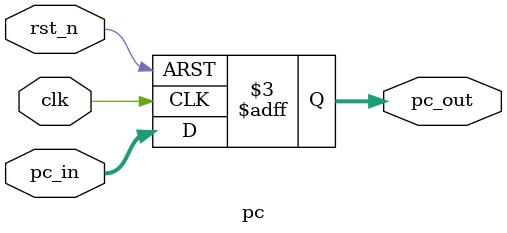
<source format=sv>
module pc (
   input  logic clk         ,
   input  logic rst_n       ,
   input  logic [31:0] pc_in, 
   output logic [31:0] pc_out
);
  
   always_ff @(posedge clk, negedge rst_n) begin 
      if (!rst_n) begin 
         pc_out <= 0;
      end 
      else begin 
         pc_out <= pc_in;
      end
   end

endmodule
  

</source>
